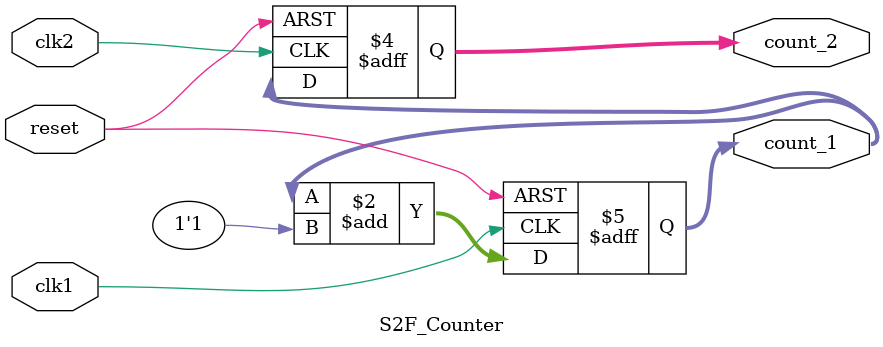
<source format=v>
`timescale 1ns / 1ps


module S2F_Counter(
    input  wire clk1        ,
    input  wire clk2        ,
    input  wire reset       ,
    output reg [3:0] count_1,
    output reg [3:0] count_2
);

    always@(posedge clk1 or posedge reset) begin
        if(reset)begin
            count_1 <= 4'd0; 
        end else begin
            count_1 <= count_1 + 1'b1;
        end
    end
  
    always@(posedge clk2 or posedge reset) begin
        if(reset) begin
            count_2 <= 4'b0;
        end else begin
            count_2 <= count_1;
        end
    end
  
  
endmodule
</source>
